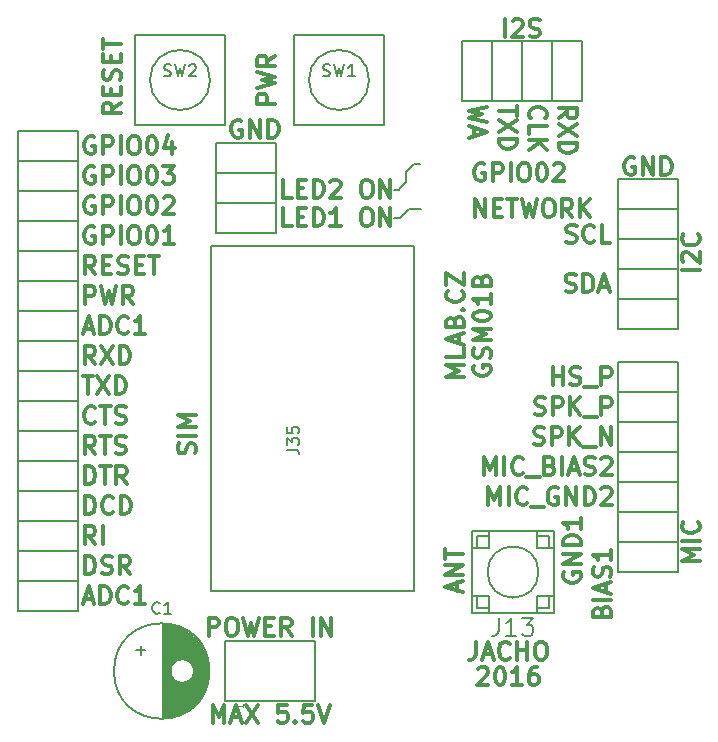
<source format=gbr>
G04 #@! TF.FileFunction,Legend,Top*
%FSLAX46Y46*%
G04 Gerber Fmt 4.6, Leading zero omitted, Abs format (unit mm)*
G04 Created by KiCad (PCBNEW 4.0.1-3.201512221401+6198~38~ubuntu15.10.1-stable) date Út 19. leden 2016, 20:27:27 CET*
%MOMM*%
G01*
G04 APERTURE LIST*
%ADD10C,0.300000*%
%ADD11C,0.200000*%
%ADD12C,0.150000*%
%ADD13C,0.127000*%
%ADD14C,0.050000*%
%ADD15C,0.203200*%
G04 APERTURE END LIST*
D10*
X17498143Y23503143D02*
X17569571Y23717429D01*
X17569571Y24074572D01*
X17498143Y24217429D01*
X17426714Y24288858D01*
X17283857Y24360286D01*
X17141000Y24360286D01*
X16998143Y24288858D01*
X16926714Y24217429D01*
X16855286Y24074572D01*
X16783857Y23788858D01*
X16712429Y23646000D01*
X16641000Y23574572D01*
X16498143Y23503143D01*
X16355286Y23503143D01*
X16212429Y23574572D01*
X16141000Y23646000D01*
X16069571Y23788858D01*
X16069571Y24146000D01*
X16141000Y24360286D01*
X17569571Y25003143D02*
X16069571Y25003143D01*
X17569571Y25717429D02*
X16069571Y25717429D01*
X17141000Y26217429D01*
X16069571Y26717429D01*
X17569571Y26717429D01*
X21462857Y51677000D02*
X21320000Y51748429D01*
X21105714Y51748429D01*
X20891429Y51677000D01*
X20748571Y51534143D01*
X20677143Y51391286D01*
X20605714Y51105571D01*
X20605714Y50891286D01*
X20677143Y50605571D01*
X20748571Y50462714D01*
X20891429Y50319857D01*
X21105714Y50248429D01*
X21248571Y50248429D01*
X21462857Y50319857D01*
X21534286Y50391286D01*
X21534286Y50891286D01*
X21248571Y50891286D01*
X22177143Y50248429D02*
X22177143Y51748429D01*
X23034286Y50248429D01*
X23034286Y51748429D01*
X23748572Y50248429D02*
X23748572Y51748429D01*
X24105715Y51748429D01*
X24320000Y51677000D01*
X24462858Y51534143D01*
X24534286Y51391286D01*
X24605715Y51105571D01*
X24605715Y50891286D01*
X24534286Y50605571D01*
X24462858Y50462714D01*
X24320000Y50319857D01*
X24105715Y50248429D01*
X23748572Y50248429D01*
X41497572Y5250571D02*
X41569001Y5322000D01*
X41711858Y5393429D01*
X42069001Y5393429D01*
X42211858Y5322000D01*
X42283287Y5250571D01*
X42354715Y5107714D01*
X42354715Y4964857D01*
X42283287Y4750571D01*
X41426144Y3893429D01*
X42354715Y3893429D01*
X43283286Y5393429D02*
X43426143Y5393429D01*
X43569000Y5322000D01*
X43640429Y5250571D01*
X43711858Y5107714D01*
X43783286Y4822000D01*
X43783286Y4464857D01*
X43711858Y4179143D01*
X43640429Y4036286D01*
X43569000Y3964857D01*
X43426143Y3893429D01*
X43283286Y3893429D01*
X43140429Y3964857D01*
X43069000Y4036286D01*
X42997572Y4179143D01*
X42926143Y4464857D01*
X42926143Y4822000D01*
X42997572Y5107714D01*
X43069000Y5250571D01*
X43140429Y5322000D01*
X43283286Y5393429D01*
X45211857Y3893429D02*
X44354714Y3893429D01*
X44783286Y3893429D02*
X44783286Y5393429D01*
X44640429Y5179143D01*
X44497571Y5036286D01*
X44354714Y4964857D01*
X46497571Y5393429D02*
X46211857Y5393429D01*
X46069000Y5322000D01*
X45997571Y5250571D01*
X45854714Y5036286D01*
X45783285Y4750571D01*
X45783285Y4179143D01*
X45854714Y4036286D01*
X45926142Y3964857D01*
X46069000Y3893429D01*
X46354714Y3893429D01*
X46497571Y3964857D01*
X46569000Y4036286D01*
X46640428Y4179143D01*
X46640428Y4536286D01*
X46569000Y4679143D01*
X46497571Y4750571D01*
X46354714Y4822000D01*
X46069000Y4822000D01*
X45926142Y4750571D01*
X45854714Y4679143D01*
X45783285Y4536286D01*
X41319000Y7552429D02*
X41319000Y6481000D01*
X41247572Y6266714D01*
X41104715Y6123857D01*
X40890429Y6052429D01*
X40747572Y6052429D01*
X41961857Y6481000D02*
X42676143Y6481000D01*
X41819000Y6052429D02*
X42319000Y7552429D01*
X42819000Y6052429D01*
X44176143Y6195286D02*
X44104714Y6123857D01*
X43890428Y6052429D01*
X43747571Y6052429D01*
X43533286Y6123857D01*
X43390428Y6266714D01*
X43319000Y6409571D01*
X43247571Y6695286D01*
X43247571Y6909571D01*
X43319000Y7195286D01*
X43390428Y7338143D01*
X43533286Y7481000D01*
X43747571Y7552429D01*
X43890428Y7552429D01*
X44104714Y7481000D01*
X44176143Y7409571D01*
X44819000Y6052429D02*
X44819000Y7552429D01*
X44819000Y6838143D02*
X45676143Y6838143D01*
X45676143Y6052429D02*
X45676143Y7552429D01*
X46676143Y7552429D02*
X46961857Y7552429D01*
X47104715Y7481000D01*
X47247572Y7338143D01*
X47319000Y7052429D01*
X47319000Y6552429D01*
X47247572Y6266714D01*
X47104715Y6123857D01*
X46961857Y6052429D01*
X46676143Y6052429D01*
X46533286Y6123857D01*
X46390429Y6266714D01*
X46319000Y6552429D01*
X46319000Y7052429D01*
X46390429Y7338143D01*
X46533286Y7481000D01*
X46676143Y7552429D01*
X41160000Y30932858D02*
X41088571Y30790001D01*
X41088571Y30575715D01*
X41160000Y30361430D01*
X41302857Y30218572D01*
X41445714Y30147144D01*
X41731429Y30075715D01*
X41945714Y30075715D01*
X42231429Y30147144D01*
X42374286Y30218572D01*
X42517143Y30361430D01*
X42588571Y30575715D01*
X42588571Y30718572D01*
X42517143Y30932858D01*
X42445714Y31004287D01*
X41945714Y31004287D01*
X41945714Y30718572D01*
X42517143Y31575715D02*
X42588571Y31790001D01*
X42588571Y32147144D01*
X42517143Y32290001D01*
X42445714Y32361430D01*
X42302857Y32432858D01*
X42160000Y32432858D01*
X42017143Y32361430D01*
X41945714Y32290001D01*
X41874286Y32147144D01*
X41802857Y31861430D01*
X41731429Y31718572D01*
X41660000Y31647144D01*
X41517143Y31575715D01*
X41374286Y31575715D01*
X41231429Y31647144D01*
X41160000Y31718572D01*
X41088571Y31861430D01*
X41088571Y32218572D01*
X41160000Y32432858D01*
X42588571Y33075715D02*
X41088571Y33075715D01*
X42160000Y33575715D01*
X41088571Y34075715D01*
X42588571Y34075715D01*
X41088571Y35075715D02*
X41088571Y35218572D01*
X41160000Y35361429D01*
X41231429Y35432858D01*
X41374286Y35504287D01*
X41660000Y35575715D01*
X42017143Y35575715D01*
X42302857Y35504287D01*
X42445714Y35432858D01*
X42517143Y35361429D01*
X42588571Y35218572D01*
X42588571Y35075715D01*
X42517143Y34932858D01*
X42445714Y34861429D01*
X42302857Y34790001D01*
X42017143Y34718572D01*
X41660000Y34718572D01*
X41374286Y34790001D01*
X41231429Y34861429D01*
X41160000Y34932858D01*
X41088571Y35075715D01*
X42588571Y37004286D02*
X42588571Y36147143D01*
X42588571Y36575715D02*
X41088571Y36575715D01*
X41302857Y36432858D01*
X41445714Y36290000D01*
X41517143Y36147143D01*
X41802857Y38147143D02*
X41874286Y38361429D01*
X41945714Y38432857D01*
X42088571Y38504286D01*
X42302857Y38504286D01*
X42445714Y38432857D01*
X42517143Y38361429D01*
X42588571Y38218571D01*
X42588571Y37647143D01*
X41088571Y37647143D01*
X41088571Y38147143D01*
X41160000Y38290000D01*
X41231429Y38361429D01*
X41374286Y38432857D01*
X41517143Y38432857D01*
X41660000Y38361429D01*
X41731429Y38290000D01*
X41802857Y38147143D01*
X41802857Y37647143D01*
X40302571Y29968572D02*
X38802571Y29968572D01*
X39874000Y30468572D01*
X38802571Y30968572D01*
X40302571Y30968572D01*
X40302571Y32397144D02*
X40302571Y31682858D01*
X38802571Y31682858D01*
X39874000Y32825715D02*
X39874000Y33540001D01*
X40302571Y32682858D02*
X38802571Y33182858D01*
X40302571Y33682858D01*
X39516857Y34682858D02*
X39588286Y34897144D01*
X39659714Y34968572D01*
X39802571Y35040001D01*
X40016857Y35040001D01*
X40159714Y34968572D01*
X40231143Y34897144D01*
X40302571Y34754286D01*
X40302571Y34182858D01*
X38802571Y34182858D01*
X38802571Y34682858D01*
X38874000Y34825715D01*
X38945429Y34897144D01*
X39088286Y34968572D01*
X39231143Y34968572D01*
X39374000Y34897144D01*
X39445429Y34825715D01*
X39516857Y34682858D01*
X39516857Y34182858D01*
X40159714Y35682858D02*
X40231143Y35754286D01*
X40302571Y35682858D01*
X40231143Y35611429D01*
X40159714Y35682858D01*
X40302571Y35682858D01*
X40159714Y37254287D02*
X40231143Y37182858D01*
X40302571Y36968572D01*
X40302571Y36825715D01*
X40231143Y36611430D01*
X40088286Y36468572D01*
X39945429Y36397144D01*
X39659714Y36325715D01*
X39445429Y36325715D01*
X39159714Y36397144D01*
X39016857Y36468572D01*
X38874000Y36611430D01*
X38802571Y36825715D01*
X38802571Y36968572D01*
X38874000Y37182858D01*
X38945429Y37254287D01*
X38802571Y37754287D02*
X38802571Y38754287D01*
X40302571Y37754287D01*
X40302571Y38754287D01*
X54737143Y48502000D02*
X54594286Y48573429D01*
X54380000Y48573429D01*
X54165715Y48502000D01*
X54022857Y48359143D01*
X53951429Y48216286D01*
X53880000Y47930571D01*
X53880000Y47716286D01*
X53951429Y47430571D01*
X54022857Y47287714D01*
X54165715Y47144857D01*
X54380000Y47073429D01*
X54522857Y47073429D01*
X54737143Y47144857D01*
X54808572Y47216286D01*
X54808572Y47716286D01*
X54522857Y47716286D01*
X55451429Y47073429D02*
X55451429Y48573429D01*
X56308572Y47073429D01*
X56308572Y48573429D01*
X57022858Y47073429D02*
X57022858Y48573429D01*
X57380001Y48573429D01*
X57594286Y48502000D01*
X57737144Y48359143D01*
X57808572Y48216286D01*
X57880001Y47930571D01*
X57880001Y47716286D01*
X57808572Y47430571D01*
X57737144Y47287714D01*
X57594286Y47144857D01*
X57380001Y47073429D01*
X57022858Y47073429D01*
X39747000Y11874714D02*
X39747000Y12589000D01*
X40175571Y11731857D02*
X38675571Y12231857D01*
X40175571Y12731857D01*
X40175571Y13231857D02*
X38675571Y13231857D01*
X40175571Y14089000D01*
X38675571Y14089000D01*
X38675571Y14589000D02*
X38675571Y15446143D01*
X40175571Y15017572D02*
X38675571Y15017572D01*
X19018858Y718429D02*
X19018858Y2218429D01*
X19518858Y1147000D01*
X20018858Y2218429D01*
X20018858Y718429D01*
X20661715Y1147000D02*
X21376001Y1147000D01*
X20518858Y718429D02*
X21018858Y2218429D01*
X21518858Y718429D01*
X21876001Y2218429D02*
X22876001Y718429D01*
X22876001Y2218429D02*
X21876001Y718429D01*
X25304572Y2218429D02*
X24590286Y2218429D01*
X24518857Y1504143D01*
X24590286Y1575571D01*
X24733143Y1647000D01*
X25090286Y1647000D01*
X25233143Y1575571D01*
X25304572Y1504143D01*
X25376000Y1361286D01*
X25376000Y1004143D01*
X25304572Y861286D01*
X25233143Y789857D01*
X25090286Y718429D01*
X24733143Y718429D01*
X24590286Y789857D01*
X24518857Y861286D01*
X26018857Y861286D02*
X26090285Y789857D01*
X26018857Y718429D01*
X25947428Y789857D01*
X26018857Y861286D01*
X26018857Y718429D01*
X27447429Y2218429D02*
X26733143Y2218429D01*
X26661714Y1504143D01*
X26733143Y1575571D01*
X26876000Y1647000D01*
X27233143Y1647000D01*
X27376000Y1575571D01*
X27447429Y1504143D01*
X27518857Y1361286D01*
X27518857Y1004143D01*
X27447429Y861286D01*
X27376000Y789857D01*
X27233143Y718429D01*
X26876000Y718429D01*
X26733143Y789857D01*
X26661714Y861286D01*
X27947428Y2218429D02*
X28447428Y718429D01*
X28947428Y2218429D01*
X18697428Y8084429D02*
X18697428Y9584429D01*
X19268856Y9584429D01*
X19411714Y9513000D01*
X19483142Y9441571D01*
X19554571Y9298714D01*
X19554571Y9084429D01*
X19483142Y8941571D01*
X19411714Y8870143D01*
X19268856Y8798714D01*
X18697428Y8798714D01*
X20483142Y9584429D02*
X20768856Y9584429D01*
X20911714Y9513000D01*
X21054571Y9370143D01*
X21125999Y9084429D01*
X21125999Y8584429D01*
X21054571Y8298714D01*
X20911714Y8155857D01*
X20768856Y8084429D01*
X20483142Y8084429D01*
X20340285Y8155857D01*
X20197428Y8298714D01*
X20125999Y8584429D01*
X20125999Y9084429D01*
X20197428Y9370143D01*
X20340285Y9513000D01*
X20483142Y9584429D01*
X21626000Y9584429D02*
X21983143Y8084429D01*
X22268857Y9155857D01*
X22554571Y8084429D01*
X22911714Y9584429D01*
X23483143Y8870143D02*
X23983143Y8870143D01*
X24197429Y8084429D02*
X23483143Y8084429D01*
X23483143Y9584429D01*
X24197429Y9584429D01*
X25697429Y8084429D02*
X25197429Y8798714D01*
X24840286Y8084429D02*
X24840286Y9584429D01*
X25411714Y9584429D01*
X25554572Y9513000D01*
X25626000Y9441571D01*
X25697429Y9298714D01*
X25697429Y9084429D01*
X25626000Y8941571D01*
X25554572Y8870143D01*
X25411714Y8798714D01*
X24840286Y8798714D01*
X27483143Y8084429D02*
X27483143Y9584429D01*
X28197429Y8084429D02*
X28197429Y9584429D01*
X29054572Y8084429D01*
X29054572Y9584429D01*
X51962857Y10121001D02*
X52034286Y10335287D01*
X52105714Y10406715D01*
X52248571Y10478144D01*
X52462857Y10478144D01*
X52605714Y10406715D01*
X52677143Y10335287D01*
X52748571Y10192429D01*
X52748571Y9621001D01*
X51248571Y9621001D01*
X51248571Y10121001D01*
X51320000Y10263858D01*
X51391429Y10335287D01*
X51534286Y10406715D01*
X51677143Y10406715D01*
X51820000Y10335287D01*
X51891429Y10263858D01*
X51962857Y10121001D01*
X51962857Y9621001D01*
X52748571Y11121001D02*
X51248571Y11121001D01*
X52320000Y11763858D02*
X52320000Y12478144D01*
X52748571Y11621001D02*
X51248571Y12121001D01*
X52748571Y12621001D01*
X52677143Y13049572D02*
X52748571Y13263858D01*
X52748571Y13621001D01*
X52677143Y13763858D01*
X52605714Y13835287D01*
X52462857Y13906715D01*
X52320000Y13906715D01*
X52177143Y13835287D01*
X52105714Y13763858D01*
X52034286Y13621001D01*
X51962857Y13335287D01*
X51891429Y13192429D01*
X51820000Y13121001D01*
X51677143Y13049572D01*
X51534286Y13049572D01*
X51391429Y13121001D01*
X51320000Y13192429D01*
X51248571Y13335287D01*
X51248571Y13692429D01*
X51320000Y13906715D01*
X52748571Y15335286D02*
X52748571Y14478143D01*
X52748571Y14906715D02*
X51248571Y14906715D01*
X51462857Y14763858D01*
X51605714Y14621000D01*
X51677143Y14478143D01*
X60241571Y14394857D02*
X58741571Y14394857D01*
X59813000Y14894857D01*
X58741571Y15394857D01*
X60241571Y15394857D01*
X60241571Y16109143D02*
X58741571Y16109143D01*
X60098714Y17680572D02*
X60170143Y17609143D01*
X60241571Y17394857D01*
X60241571Y17252000D01*
X60170143Y17037715D01*
X60027286Y16894857D01*
X59884429Y16823429D01*
X59598714Y16752000D01*
X59384429Y16752000D01*
X59098714Y16823429D01*
X58955857Y16894857D01*
X58813000Y17037715D01*
X58741571Y17252000D01*
X58741571Y17394857D01*
X58813000Y17609143D01*
X58884429Y17680572D01*
X48780000Y13430857D02*
X48708571Y13288000D01*
X48708571Y13073714D01*
X48780000Y12859429D01*
X48922857Y12716571D01*
X49065714Y12645143D01*
X49351429Y12573714D01*
X49565714Y12573714D01*
X49851429Y12645143D01*
X49994286Y12716571D01*
X50137143Y12859429D01*
X50208571Y13073714D01*
X50208571Y13216571D01*
X50137143Y13430857D01*
X50065714Y13502286D01*
X49565714Y13502286D01*
X49565714Y13216571D01*
X50208571Y14145143D02*
X48708571Y14145143D01*
X50208571Y15002286D01*
X48708571Y15002286D01*
X50208571Y15716572D02*
X48708571Y15716572D01*
X48708571Y16073715D01*
X48780000Y16288000D01*
X48922857Y16430858D01*
X49065714Y16502286D01*
X49351429Y16573715D01*
X49565714Y16573715D01*
X49851429Y16502286D01*
X49994286Y16430858D01*
X50137143Y16288000D01*
X50208571Y16073715D01*
X50208571Y15716572D01*
X50208571Y18002286D02*
X50208571Y17145143D01*
X50208571Y17573715D02*
X48708571Y17573715D01*
X48922857Y17430858D01*
X49065714Y17288000D01*
X49137143Y17145143D01*
X42371714Y19133429D02*
X42371714Y20633429D01*
X42871714Y19562000D01*
X43371714Y20633429D01*
X43371714Y19133429D01*
X44086000Y19133429D02*
X44086000Y20633429D01*
X45657429Y19276286D02*
X45586000Y19204857D01*
X45371714Y19133429D01*
X45228857Y19133429D01*
X45014572Y19204857D01*
X44871714Y19347714D01*
X44800286Y19490571D01*
X44728857Y19776286D01*
X44728857Y19990571D01*
X44800286Y20276286D01*
X44871714Y20419143D01*
X45014572Y20562000D01*
X45228857Y20633429D01*
X45371714Y20633429D01*
X45586000Y20562000D01*
X45657429Y20490571D01*
X45943143Y18990571D02*
X47086000Y18990571D01*
X48228857Y20562000D02*
X48086000Y20633429D01*
X47871714Y20633429D01*
X47657429Y20562000D01*
X47514571Y20419143D01*
X47443143Y20276286D01*
X47371714Y19990571D01*
X47371714Y19776286D01*
X47443143Y19490571D01*
X47514571Y19347714D01*
X47657429Y19204857D01*
X47871714Y19133429D01*
X48014571Y19133429D01*
X48228857Y19204857D01*
X48300286Y19276286D01*
X48300286Y19776286D01*
X48014571Y19776286D01*
X48943143Y19133429D02*
X48943143Y20633429D01*
X49800286Y19133429D01*
X49800286Y20633429D01*
X50514572Y19133429D02*
X50514572Y20633429D01*
X50871715Y20633429D01*
X51086000Y20562000D01*
X51228858Y20419143D01*
X51300286Y20276286D01*
X51371715Y19990571D01*
X51371715Y19776286D01*
X51300286Y19490571D01*
X51228858Y19347714D01*
X51086000Y19204857D01*
X50871715Y19133429D01*
X50514572Y19133429D01*
X51943143Y20490571D02*
X52014572Y20562000D01*
X52157429Y20633429D01*
X52514572Y20633429D01*
X52657429Y20562000D01*
X52728858Y20490571D01*
X52800286Y20347714D01*
X52800286Y20204857D01*
X52728858Y19990571D01*
X51871715Y19133429D01*
X52800286Y19133429D01*
X42014572Y21673429D02*
X42014572Y23173429D01*
X42514572Y22102000D01*
X43014572Y23173429D01*
X43014572Y21673429D01*
X43728858Y21673429D02*
X43728858Y23173429D01*
X45300287Y21816286D02*
X45228858Y21744857D01*
X45014572Y21673429D01*
X44871715Y21673429D01*
X44657430Y21744857D01*
X44514572Y21887714D01*
X44443144Y22030571D01*
X44371715Y22316286D01*
X44371715Y22530571D01*
X44443144Y22816286D01*
X44514572Y22959143D01*
X44657430Y23102000D01*
X44871715Y23173429D01*
X45014572Y23173429D01*
X45228858Y23102000D01*
X45300287Y23030571D01*
X45586001Y21530571D02*
X46728858Y21530571D01*
X47586001Y22459143D02*
X47800287Y22387714D01*
X47871715Y22316286D01*
X47943144Y22173429D01*
X47943144Y21959143D01*
X47871715Y21816286D01*
X47800287Y21744857D01*
X47657429Y21673429D01*
X47086001Y21673429D01*
X47086001Y23173429D01*
X47586001Y23173429D01*
X47728858Y23102000D01*
X47800287Y23030571D01*
X47871715Y22887714D01*
X47871715Y22744857D01*
X47800287Y22602000D01*
X47728858Y22530571D01*
X47586001Y22459143D01*
X47086001Y22459143D01*
X48586001Y21673429D02*
X48586001Y23173429D01*
X49228858Y22102000D02*
X49943144Y22102000D01*
X49086001Y21673429D02*
X49586001Y23173429D01*
X50086001Y21673429D01*
X50514572Y21744857D02*
X50728858Y21673429D01*
X51086001Y21673429D01*
X51228858Y21744857D01*
X51300287Y21816286D01*
X51371715Y21959143D01*
X51371715Y22102000D01*
X51300287Y22244857D01*
X51228858Y22316286D01*
X51086001Y22387714D01*
X50800287Y22459143D01*
X50657429Y22530571D01*
X50586001Y22602000D01*
X50514572Y22744857D01*
X50514572Y22887714D01*
X50586001Y23030571D01*
X50657429Y23102000D01*
X50800287Y23173429D01*
X51157429Y23173429D01*
X51371715Y23102000D01*
X51943143Y23030571D02*
X52014572Y23102000D01*
X52157429Y23173429D01*
X52514572Y23173429D01*
X52657429Y23102000D01*
X52728858Y23030571D01*
X52800286Y22887714D01*
X52800286Y22744857D01*
X52728858Y22530571D01*
X51871715Y21673429D01*
X52800286Y21673429D01*
X46228857Y24284857D02*
X46443143Y24213429D01*
X46800286Y24213429D01*
X46943143Y24284857D01*
X47014572Y24356286D01*
X47086000Y24499143D01*
X47086000Y24642000D01*
X47014572Y24784857D01*
X46943143Y24856286D01*
X46800286Y24927714D01*
X46514572Y24999143D01*
X46371714Y25070571D01*
X46300286Y25142000D01*
X46228857Y25284857D01*
X46228857Y25427714D01*
X46300286Y25570571D01*
X46371714Y25642000D01*
X46514572Y25713429D01*
X46871714Y25713429D01*
X47086000Y25642000D01*
X47728857Y24213429D02*
X47728857Y25713429D01*
X48300285Y25713429D01*
X48443143Y25642000D01*
X48514571Y25570571D01*
X48586000Y25427714D01*
X48586000Y25213429D01*
X48514571Y25070571D01*
X48443143Y24999143D01*
X48300285Y24927714D01*
X47728857Y24927714D01*
X49228857Y24213429D02*
X49228857Y25713429D01*
X50086000Y24213429D02*
X49443143Y25070571D01*
X50086000Y25713429D02*
X49228857Y24856286D01*
X50371714Y24070571D02*
X51514571Y24070571D01*
X51871714Y24213429D02*
X51871714Y25713429D01*
X52728857Y24213429D01*
X52728857Y25713429D01*
X46300286Y26824857D02*
X46514572Y26753429D01*
X46871715Y26753429D01*
X47014572Y26824857D01*
X47086001Y26896286D01*
X47157429Y27039143D01*
X47157429Y27182000D01*
X47086001Y27324857D01*
X47014572Y27396286D01*
X46871715Y27467714D01*
X46586001Y27539143D01*
X46443143Y27610571D01*
X46371715Y27682000D01*
X46300286Y27824857D01*
X46300286Y27967714D01*
X46371715Y28110571D01*
X46443143Y28182000D01*
X46586001Y28253429D01*
X46943143Y28253429D01*
X47157429Y28182000D01*
X47800286Y26753429D02*
X47800286Y28253429D01*
X48371714Y28253429D01*
X48514572Y28182000D01*
X48586000Y28110571D01*
X48657429Y27967714D01*
X48657429Y27753429D01*
X48586000Y27610571D01*
X48514572Y27539143D01*
X48371714Y27467714D01*
X47800286Y27467714D01*
X49300286Y26753429D02*
X49300286Y28253429D01*
X50157429Y26753429D02*
X49514572Y27610571D01*
X50157429Y28253429D02*
X49300286Y27396286D01*
X50443143Y26610571D02*
X51586000Y26610571D01*
X51943143Y26753429D02*
X51943143Y28253429D01*
X52514571Y28253429D01*
X52657429Y28182000D01*
X52728857Y28110571D01*
X52800286Y27967714D01*
X52800286Y27753429D01*
X52728857Y27610571D01*
X52657429Y27539143D01*
X52514571Y27467714D01*
X51943143Y27467714D01*
X47800286Y29293429D02*
X47800286Y30793429D01*
X47800286Y30079143D02*
X48657429Y30079143D01*
X48657429Y29293429D02*
X48657429Y30793429D01*
X49300286Y29364857D02*
X49514572Y29293429D01*
X49871715Y29293429D01*
X50014572Y29364857D01*
X50086001Y29436286D01*
X50157429Y29579143D01*
X50157429Y29722000D01*
X50086001Y29864857D01*
X50014572Y29936286D01*
X49871715Y30007714D01*
X49586001Y30079143D01*
X49443143Y30150571D01*
X49371715Y30222000D01*
X49300286Y30364857D01*
X49300286Y30507714D01*
X49371715Y30650571D01*
X49443143Y30722000D01*
X49586001Y30793429D01*
X49943143Y30793429D01*
X50157429Y30722000D01*
X50443143Y29150571D02*
X51586000Y29150571D01*
X51943143Y29293429D02*
X51943143Y30793429D01*
X52514571Y30793429D01*
X52657429Y30722000D01*
X52728857Y30650571D01*
X52800286Y30507714D01*
X52800286Y30293429D01*
X52728857Y30150571D01*
X52657429Y30079143D01*
X52514571Y30007714D01*
X51943143Y30007714D01*
X48903429Y37238857D02*
X49117715Y37167429D01*
X49474858Y37167429D01*
X49617715Y37238857D01*
X49689144Y37310286D01*
X49760572Y37453143D01*
X49760572Y37596000D01*
X49689144Y37738857D01*
X49617715Y37810286D01*
X49474858Y37881714D01*
X49189144Y37953143D01*
X49046286Y38024571D01*
X48974858Y38096000D01*
X48903429Y38238857D01*
X48903429Y38381714D01*
X48974858Y38524571D01*
X49046286Y38596000D01*
X49189144Y38667429D01*
X49546286Y38667429D01*
X49760572Y38596000D01*
X50403429Y37167429D02*
X50403429Y38667429D01*
X50760572Y38667429D01*
X50974857Y38596000D01*
X51117715Y38453143D01*
X51189143Y38310286D01*
X51260572Y38024571D01*
X51260572Y37810286D01*
X51189143Y37524571D01*
X51117715Y37381714D01*
X50974857Y37238857D01*
X50760572Y37167429D01*
X50403429Y37167429D01*
X51832000Y37596000D02*
X52546286Y37596000D01*
X51689143Y37167429D02*
X52189143Y38667429D01*
X52689143Y37167429D01*
X48974857Y41429857D02*
X49189143Y41358429D01*
X49546286Y41358429D01*
X49689143Y41429857D01*
X49760572Y41501286D01*
X49832000Y41644143D01*
X49832000Y41787000D01*
X49760572Y41929857D01*
X49689143Y42001286D01*
X49546286Y42072714D01*
X49260572Y42144143D01*
X49117714Y42215571D01*
X49046286Y42287000D01*
X48974857Y42429857D01*
X48974857Y42572714D01*
X49046286Y42715571D01*
X49117714Y42787000D01*
X49260572Y42858429D01*
X49617714Y42858429D01*
X49832000Y42787000D01*
X51332000Y41501286D02*
X51260571Y41429857D01*
X51046285Y41358429D01*
X50903428Y41358429D01*
X50689143Y41429857D01*
X50546285Y41572714D01*
X50474857Y41715571D01*
X50403428Y42001286D01*
X50403428Y42215571D01*
X50474857Y42501286D01*
X50546285Y42644143D01*
X50689143Y42787000D01*
X50903428Y42858429D01*
X51046285Y42858429D01*
X51260571Y42787000D01*
X51332000Y42715571D01*
X52689143Y41358429D02*
X51974857Y41358429D01*
X51974857Y42858429D01*
X60241571Y39048715D02*
X58741571Y39048715D01*
X58884429Y39691572D02*
X58813000Y39763001D01*
X58741571Y39905858D01*
X58741571Y40263001D01*
X58813000Y40405858D01*
X58884429Y40477287D01*
X59027286Y40548715D01*
X59170143Y40548715D01*
X59384429Y40477287D01*
X60241571Y39620144D01*
X60241571Y40548715D01*
X60098714Y42048715D02*
X60170143Y41977286D01*
X60241571Y41763000D01*
X60241571Y41620143D01*
X60170143Y41405858D01*
X60027286Y41263000D01*
X59884429Y41191572D01*
X59598714Y41120143D01*
X59384429Y41120143D01*
X59098714Y41191572D01*
X58955857Y41263000D01*
X58813000Y41405858D01*
X58741571Y41620143D01*
X58741571Y41763000D01*
X58813000Y41977286D01*
X58884429Y42048715D01*
X24300571Y53118000D02*
X22800571Y53118000D01*
X22800571Y53689428D01*
X22872000Y53832286D01*
X22943429Y53903714D01*
X23086286Y53975143D01*
X23300571Y53975143D01*
X23443429Y53903714D01*
X23514857Y53832286D01*
X23586286Y53689428D01*
X23586286Y53118000D01*
X22800571Y54475143D02*
X24300571Y54832286D01*
X23229143Y55118000D01*
X24300571Y55403714D01*
X22800571Y55760857D01*
X24300571Y57189429D02*
X23586286Y56689429D01*
X24300571Y56332286D02*
X22800571Y56332286D01*
X22800571Y56903714D01*
X22872000Y57046572D01*
X22943429Y57118000D01*
X23086286Y57189429D01*
X23300571Y57189429D01*
X23443429Y57118000D01*
X23514857Y57046572D01*
X23586286Y56903714D01*
X23586286Y56332286D01*
X11219571Y53193429D02*
X10505286Y52693429D01*
X11219571Y52336286D02*
X9719571Y52336286D01*
X9719571Y52907714D01*
X9791000Y53050572D01*
X9862429Y53122000D01*
X10005286Y53193429D01*
X10219571Y53193429D01*
X10362429Y53122000D01*
X10433857Y53050572D01*
X10505286Y52907714D01*
X10505286Y52336286D01*
X10433857Y53836286D02*
X10433857Y54336286D01*
X11219571Y54550572D02*
X11219571Y53836286D01*
X9719571Y53836286D01*
X9719571Y54550572D01*
X11148143Y55122000D02*
X11219571Y55336286D01*
X11219571Y55693429D01*
X11148143Y55836286D01*
X11076714Y55907715D01*
X10933857Y55979143D01*
X10791000Y55979143D01*
X10648143Y55907715D01*
X10576714Y55836286D01*
X10505286Y55693429D01*
X10433857Y55407715D01*
X10362429Y55264857D01*
X10291000Y55193429D01*
X10148143Y55122000D01*
X10005286Y55122000D01*
X9862429Y55193429D01*
X9791000Y55264857D01*
X9719571Y55407715D01*
X9719571Y55764857D01*
X9791000Y55979143D01*
X10433857Y56622000D02*
X10433857Y57122000D01*
X11219571Y57336286D02*
X11219571Y56622000D01*
X9719571Y56622000D01*
X9719571Y57336286D01*
X9719571Y57764857D02*
X9719571Y58622000D01*
X11219571Y58193429D02*
X9719571Y58193429D01*
D11*
X35687000Y44196000D02*
X36703000Y44196000D01*
X34925000Y43434000D02*
X35687000Y44196000D01*
X34417000Y43434000D02*
X34925000Y43434000D01*
X34798000Y45847000D02*
X34417000Y45847000D01*
X34925000Y45974000D02*
X34798000Y45847000D01*
X35433000Y46482000D02*
X34925000Y45974000D01*
X35433000Y47371000D02*
X35433000Y46482000D01*
X36068000Y48006000D02*
X35433000Y47371000D01*
X36576000Y48006000D02*
X36068000Y48006000D01*
D10*
X43783429Y58757429D02*
X43783429Y60257429D01*
X44426286Y60114571D02*
X44497715Y60186000D01*
X44640572Y60257429D01*
X44997715Y60257429D01*
X45140572Y60186000D01*
X45212001Y60114571D01*
X45283429Y59971714D01*
X45283429Y59828857D01*
X45212001Y59614571D01*
X44354858Y58757429D01*
X45283429Y58757429D01*
X45854857Y58828857D02*
X46069143Y58757429D01*
X46426286Y58757429D01*
X46569143Y58828857D01*
X46640572Y58900286D01*
X46712000Y59043143D01*
X46712000Y59186000D01*
X46640572Y59328857D01*
X46569143Y59400286D01*
X46426286Y59471714D01*
X46140572Y59543143D01*
X45997714Y59614571D01*
X45926286Y59686000D01*
X45854857Y59828857D01*
X45854857Y59971714D01*
X45926286Y60114571D01*
X45997714Y60186000D01*
X46140572Y60257429D01*
X46497714Y60257429D01*
X46712000Y60186000D01*
X48343429Y51871714D02*
X49057714Y52371714D01*
X48343429Y52728857D02*
X49843429Y52728857D01*
X49843429Y52157429D01*
X49772000Y52014571D01*
X49700571Y51943143D01*
X49557714Y51871714D01*
X49343429Y51871714D01*
X49200571Y51943143D01*
X49129143Y52014571D01*
X49057714Y52157429D01*
X49057714Y52728857D01*
X49843429Y51371714D02*
X48343429Y50371714D01*
X49843429Y50371714D02*
X48343429Y51371714D01*
X48343429Y49800286D02*
X49843429Y49800286D01*
X49843429Y49443143D01*
X49772000Y49228858D01*
X49629143Y49086000D01*
X49486286Y49014572D01*
X49200571Y48943143D01*
X48986286Y48943143D01*
X48700571Y49014572D01*
X48557714Y49086000D01*
X48414857Y49228858D01*
X48343429Y49443143D01*
X48343429Y49800286D01*
X45946286Y51871714D02*
X45874857Y51943143D01*
X45803429Y52157429D01*
X45803429Y52300286D01*
X45874857Y52514571D01*
X46017714Y52657429D01*
X46160571Y52728857D01*
X46446286Y52800286D01*
X46660571Y52800286D01*
X46946286Y52728857D01*
X47089143Y52657429D01*
X47232000Y52514571D01*
X47303429Y52300286D01*
X47303429Y52157429D01*
X47232000Y51943143D01*
X47160571Y51871714D01*
X45803429Y50514571D02*
X45803429Y51228857D01*
X47303429Y51228857D01*
X45803429Y50014571D02*
X47303429Y50014571D01*
X45803429Y49157428D02*
X46660571Y49800285D01*
X47303429Y49157428D02*
X46446286Y50014571D01*
X44763429Y52943143D02*
X44763429Y52086000D01*
X43263429Y52514571D02*
X44763429Y52514571D01*
X44763429Y51728857D02*
X43263429Y50728857D01*
X44763429Y50728857D02*
X43263429Y51728857D01*
X43263429Y50157429D02*
X44763429Y50157429D01*
X44763429Y49800286D01*
X44692000Y49586001D01*
X44549143Y49443143D01*
X44406286Y49371715D01*
X44120571Y49300286D01*
X43906286Y49300286D01*
X43620571Y49371715D01*
X43477714Y49443143D01*
X43334857Y49586001D01*
X43263429Y49800286D01*
X43263429Y50157429D01*
X42223429Y52871714D02*
X40723429Y52514571D01*
X41794857Y52228857D01*
X40723429Y51943143D01*
X42223429Y51586000D01*
X41152000Y51086000D02*
X41152000Y50371714D01*
X40723429Y51228857D02*
X42223429Y50728857D01*
X40723429Y50228857D01*
X25709429Y42755429D02*
X24995143Y42755429D01*
X24995143Y44255429D01*
X26209429Y43541143D02*
X26709429Y43541143D01*
X26923715Y42755429D02*
X26209429Y42755429D01*
X26209429Y44255429D01*
X26923715Y44255429D01*
X27566572Y42755429D02*
X27566572Y44255429D01*
X27923715Y44255429D01*
X28138000Y44184000D01*
X28280858Y44041143D01*
X28352286Y43898286D01*
X28423715Y43612571D01*
X28423715Y43398286D01*
X28352286Y43112571D01*
X28280858Y42969714D01*
X28138000Y42826857D01*
X27923715Y42755429D01*
X27566572Y42755429D01*
X29852286Y42755429D02*
X28995143Y42755429D01*
X29423715Y42755429D02*
X29423715Y44255429D01*
X29280858Y44041143D01*
X29138000Y43898286D01*
X28995143Y43826857D01*
X31923714Y44255429D02*
X32209428Y44255429D01*
X32352286Y44184000D01*
X32495143Y44041143D01*
X32566571Y43755429D01*
X32566571Y43255429D01*
X32495143Y42969714D01*
X32352286Y42826857D01*
X32209428Y42755429D01*
X31923714Y42755429D01*
X31780857Y42826857D01*
X31638000Y42969714D01*
X31566571Y43255429D01*
X31566571Y43755429D01*
X31638000Y44041143D01*
X31780857Y44184000D01*
X31923714Y44255429D01*
X33209429Y42755429D02*
X33209429Y44255429D01*
X34066572Y42755429D01*
X34066572Y44255429D01*
X25709429Y45168429D02*
X24995143Y45168429D01*
X24995143Y46668429D01*
X26209429Y45954143D02*
X26709429Y45954143D01*
X26923715Y45168429D02*
X26209429Y45168429D01*
X26209429Y46668429D01*
X26923715Y46668429D01*
X27566572Y45168429D02*
X27566572Y46668429D01*
X27923715Y46668429D01*
X28138000Y46597000D01*
X28280858Y46454143D01*
X28352286Y46311286D01*
X28423715Y46025571D01*
X28423715Y45811286D01*
X28352286Y45525571D01*
X28280858Y45382714D01*
X28138000Y45239857D01*
X27923715Y45168429D01*
X27566572Y45168429D01*
X28995143Y46525571D02*
X29066572Y46597000D01*
X29209429Y46668429D01*
X29566572Y46668429D01*
X29709429Y46597000D01*
X29780858Y46525571D01*
X29852286Y46382714D01*
X29852286Y46239857D01*
X29780858Y46025571D01*
X28923715Y45168429D01*
X29852286Y45168429D01*
X31923714Y46668429D02*
X32209428Y46668429D01*
X32352286Y46597000D01*
X32495143Y46454143D01*
X32566571Y46168429D01*
X32566571Y45668429D01*
X32495143Y45382714D01*
X32352286Y45239857D01*
X32209428Y45168429D01*
X31923714Y45168429D01*
X31780857Y45239857D01*
X31638000Y45382714D01*
X31566571Y45668429D01*
X31566571Y46168429D01*
X31638000Y46454143D01*
X31780857Y46597000D01*
X31923714Y46668429D01*
X33209429Y45168429D02*
X33209429Y46668429D01*
X34066572Y45168429D01*
X34066572Y46668429D01*
X42036857Y47994000D02*
X41894000Y48065429D01*
X41679714Y48065429D01*
X41465429Y47994000D01*
X41322571Y47851143D01*
X41251143Y47708286D01*
X41179714Y47422571D01*
X41179714Y47208286D01*
X41251143Y46922571D01*
X41322571Y46779714D01*
X41465429Y46636857D01*
X41679714Y46565429D01*
X41822571Y46565429D01*
X42036857Y46636857D01*
X42108286Y46708286D01*
X42108286Y47208286D01*
X41822571Y47208286D01*
X42751143Y46565429D02*
X42751143Y48065429D01*
X43322571Y48065429D01*
X43465429Y47994000D01*
X43536857Y47922571D01*
X43608286Y47779714D01*
X43608286Y47565429D01*
X43536857Y47422571D01*
X43465429Y47351143D01*
X43322571Y47279714D01*
X42751143Y47279714D01*
X44251143Y46565429D02*
X44251143Y48065429D01*
X45251143Y48065429D02*
X45536857Y48065429D01*
X45679715Y47994000D01*
X45822572Y47851143D01*
X45894000Y47565429D01*
X45894000Y47065429D01*
X45822572Y46779714D01*
X45679715Y46636857D01*
X45536857Y46565429D01*
X45251143Y46565429D01*
X45108286Y46636857D01*
X44965429Y46779714D01*
X44894000Y47065429D01*
X44894000Y47565429D01*
X44965429Y47851143D01*
X45108286Y47994000D01*
X45251143Y48065429D01*
X46822572Y48065429D02*
X46965429Y48065429D01*
X47108286Y47994000D01*
X47179715Y47922571D01*
X47251144Y47779714D01*
X47322572Y47494000D01*
X47322572Y47136857D01*
X47251144Y46851143D01*
X47179715Y46708286D01*
X47108286Y46636857D01*
X46965429Y46565429D01*
X46822572Y46565429D01*
X46679715Y46636857D01*
X46608286Y46708286D01*
X46536858Y46851143D01*
X46465429Y47136857D01*
X46465429Y47494000D01*
X46536858Y47779714D01*
X46608286Y47922571D01*
X46679715Y47994000D01*
X46822572Y48065429D01*
X47894000Y47922571D02*
X47965429Y47994000D01*
X48108286Y48065429D01*
X48465429Y48065429D01*
X48608286Y47994000D01*
X48679715Y47922571D01*
X48751143Y47779714D01*
X48751143Y47636857D01*
X48679715Y47422571D01*
X47822572Y46565429D01*
X48751143Y46565429D01*
X9016857Y50280000D02*
X8874000Y50351429D01*
X8659714Y50351429D01*
X8445429Y50280000D01*
X8302571Y50137143D01*
X8231143Y49994286D01*
X8159714Y49708571D01*
X8159714Y49494286D01*
X8231143Y49208571D01*
X8302571Y49065714D01*
X8445429Y48922857D01*
X8659714Y48851429D01*
X8802571Y48851429D01*
X9016857Y48922857D01*
X9088286Y48994286D01*
X9088286Y49494286D01*
X8802571Y49494286D01*
X9731143Y48851429D02*
X9731143Y50351429D01*
X10302571Y50351429D01*
X10445429Y50280000D01*
X10516857Y50208571D01*
X10588286Y50065714D01*
X10588286Y49851429D01*
X10516857Y49708571D01*
X10445429Y49637143D01*
X10302571Y49565714D01*
X9731143Y49565714D01*
X11231143Y48851429D02*
X11231143Y50351429D01*
X12231143Y50351429D02*
X12516857Y50351429D01*
X12659715Y50280000D01*
X12802572Y50137143D01*
X12874000Y49851429D01*
X12874000Y49351429D01*
X12802572Y49065714D01*
X12659715Y48922857D01*
X12516857Y48851429D01*
X12231143Y48851429D01*
X12088286Y48922857D01*
X11945429Y49065714D01*
X11874000Y49351429D01*
X11874000Y49851429D01*
X11945429Y50137143D01*
X12088286Y50280000D01*
X12231143Y50351429D01*
X13802572Y50351429D02*
X13945429Y50351429D01*
X14088286Y50280000D01*
X14159715Y50208571D01*
X14231144Y50065714D01*
X14302572Y49780000D01*
X14302572Y49422857D01*
X14231144Y49137143D01*
X14159715Y48994286D01*
X14088286Y48922857D01*
X13945429Y48851429D01*
X13802572Y48851429D01*
X13659715Y48922857D01*
X13588286Y48994286D01*
X13516858Y49137143D01*
X13445429Y49422857D01*
X13445429Y49780000D01*
X13516858Y50065714D01*
X13588286Y50208571D01*
X13659715Y50280000D01*
X13802572Y50351429D01*
X15588286Y49851429D02*
X15588286Y48851429D01*
X15231143Y50422857D02*
X14874000Y49351429D01*
X15802572Y49351429D01*
X9016857Y47740000D02*
X8874000Y47811429D01*
X8659714Y47811429D01*
X8445429Y47740000D01*
X8302571Y47597143D01*
X8231143Y47454286D01*
X8159714Y47168571D01*
X8159714Y46954286D01*
X8231143Y46668571D01*
X8302571Y46525714D01*
X8445429Y46382857D01*
X8659714Y46311429D01*
X8802571Y46311429D01*
X9016857Y46382857D01*
X9088286Y46454286D01*
X9088286Y46954286D01*
X8802571Y46954286D01*
X9731143Y46311429D02*
X9731143Y47811429D01*
X10302571Y47811429D01*
X10445429Y47740000D01*
X10516857Y47668571D01*
X10588286Y47525714D01*
X10588286Y47311429D01*
X10516857Y47168571D01*
X10445429Y47097143D01*
X10302571Y47025714D01*
X9731143Y47025714D01*
X11231143Y46311429D02*
X11231143Y47811429D01*
X12231143Y47811429D02*
X12516857Y47811429D01*
X12659715Y47740000D01*
X12802572Y47597143D01*
X12874000Y47311429D01*
X12874000Y46811429D01*
X12802572Y46525714D01*
X12659715Y46382857D01*
X12516857Y46311429D01*
X12231143Y46311429D01*
X12088286Y46382857D01*
X11945429Y46525714D01*
X11874000Y46811429D01*
X11874000Y47311429D01*
X11945429Y47597143D01*
X12088286Y47740000D01*
X12231143Y47811429D01*
X13802572Y47811429D02*
X13945429Y47811429D01*
X14088286Y47740000D01*
X14159715Y47668571D01*
X14231144Y47525714D01*
X14302572Y47240000D01*
X14302572Y46882857D01*
X14231144Y46597143D01*
X14159715Y46454286D01*
X14088286Y46382857D01*
X13945429Y46311429D01*
X13802572Y46311429D01*
X13659715Y46382857D01*
X13588286Y46454286D01*
X13516858Y46597143D01*
X13445429Y46882857D01*
X13445429Y47240000D01*
X13516858Y47525714D01*
X13588286Y47668571D01*
X13659715Y47740000D01*
X13802572Y47811429D01*
X14802572Y47811429D02*
X15731143Y47811429D01*
X15231143Y47240000D01*
X15445429Y47240000D01*
X15588286Y47168571D01*
X15659715Y47097143D01*
X15731143Y46954286D01*
X15731143Y46597143D01*
X15659715Y46454286D01*
X15588286Y46382857D01*
X15445429Y46311429D01*
X15016857Y46311429D01*
X14874000Y46382857D01*
X14802572Y46454286D01*
X9016857Y45200000D02*
X8874000Y45271429D01*
X8659714Y45271429D01*
X8445429Y45200000D01*
X8302571Y45057143D01*
X8231143Y44914286D01*
X8159714Y44628571D01*
X8159714Y44414286D01*
X8231143Y44128571D01*
X8302571Y43985714D01*
X8445429Y43842857D01*
X8659714Y43771429D01*
X8802571Y43771429D01*
X9016857Y43842857D01*
X9088286Y43914286D01*
X9088286Y44414286D01*
X8802571Y44414286D01*
X9731143Y43771429D02*
X9731143Y45271429D01*
X10302571Y45271429D01*
X10445429Y45200000D01*
X10516857Y45128571D01*
X10588286Y44985714D01*
X10588286Y44771429D01*
X10516857Y44628571D01*
X10445429Y44557143D01*
X10302571Y44485714D01*
X9731143Y44485714D01*
X11231143Y43771429D02*
X11231143Y45271429D01*
X12231143Y45271429D02*
X12516857Y45271429D01*
X12659715Y45200000D01*
X12802572Y45057143D01*
X12874000Y44771429D01*
X12874000Y44271429D01*
X12802572Y43985714D01*
X12659715Y43842857D01*
X12516857Y43771429D01*
X12231143Y43771429D01*
X12088286Y43842857D01*
X11945429Y43985714D01*
X11874000Y44271429D01*
X11874000Y44771429D01*
X11945429Y45057143D01*
X12088286Y45200000D01*
X12231143Y45271429D01*
X13802572Y45271429D02*
X13945429Y45271429D01*
X14088286Y45200000D01*
X14159715Y45128571D01*
X14231144Y44985714D01*
X14302572Y44700000D01*
X14302572Y44342857D01*
X14231144Y44057143D01*
X14159715Y43914286D01*
X14088286Y43842857D01*
X13945429Y43771429D01*
X13802572Y43771429D01*
X13659715Y43842857D01*
X13588286Y43914286D01*
X13516858Y44057143D01*
X13445429Y44342857D01*
X13445429Y44700000D01*
X13516858Y44985714D01*
X13588286Y45128571D01*
X13659715Y45200000D01*
X13802572Y45271429D01*
X14874000Y45128571D02*
X14945429Y45200000D01*
X15088286Y45271429D01*
X15445429Y45271429D01*
X15588286Y45200000D01*
X15659715Y45128571D01*
X15731143Y44985714D01*
X15731143Y44842857D01*
X15659715Y44628571D01*
X14802572Y43771429D01*
X15731143Y43771429D01*
X9016857Y42660000D02*
X8874000Y42731429D01*
X8659714Y42731429D01*
X8445429Y42660000D01*
X8302571Y42517143D01*
X8231143Y42374286D01*
X8159714Y42088571D01*
X8159714Y41874286D01*
X8231143Y41588571D01*
X8302571Y41445714D01*
X8445429Y41302857D01*
X8659714Y41231429D01*
X8802571Y41231429D01*
X9016857Y41302857D01*
X9088286Y41374286D01*
X9088286Y41874286D01*
X8802571Y41874286D01*
X9731143Y41231429D02*
X9731143Y42731429D01*
X10302571Y42731429D01*
X10445429Y42660000D01*
X10516857Y42588571D01*
X10588286Y42445714D01*
X10588286Y42231429D01*
X10516857Y42088571D01*
X10445429Y42017143D01*
X10302571Y41945714D01*
X9731143Y41945714D01*
X11231143Y41231429D02*
X11231143Y42731429D01*
X12231143Y42731429D02*
X12516857Y42731429D01*
X12659715Y42660000D01*
X12802572Y42517143D01*
X12874000Y42231429D01*
X12874000Y41731429D01*
X12802572Y41445714D01*
X12659715Y41302857D01*
X12516857Y41231429D01*
X12231143Y41231429D01*
X12088286Y41302857D01*
X11945429Y41445714D01*
X11874000Y41731429D01*
X11874000Y42231429D01*
X11945429Y42517143D01*
X12088286Y42660000D01*
X12231143Y42731429D01*
X13802572Y42731429D02*
X13945429Y42731429D01*
X14088286Y42660000D01*
X14159715Y42588571D01*
X14231144Y42445714D01*
X14302572Y42160000D01*
X14302572Y41802857D01*
X14231144Y41517143D01*
X14159715Y41374286D01*
X14088286Y41302857D01*
X13945429Y41231429D01*
X13802572Y41231429D01*
X13659715Y41302857D01*
X13588286Y41374286D01*
X13516858Y41517143D01*
X13445429Y41802857D01*
X13445429Y42160000D01*
X13516858Y42445714D01*
X13588286Y42588571D01*
X13659715Y42660000D01*
X13802572Y42731429D01*
X15731143Y41231429D02*
X14874000Y41231429D01*
X15302572Y41231429D02*
X15302572Y42731429D01*
X15159715Y42517143D01*
X15016857Y42374286D01*
X14874000Y42302857D01*
X9088286Y38691429D02*
X8588286Y39405714D01*
X8231143Y38691429D02*
X8231143Y40191429D01*
X8802571Y40191429D01*
X8945429Y40120000D01*
X9016857Y40048571D01*
X9088286Y39905714D01*
X9088286Y39691429D01*
X9016857Y39548571D01*
X8945429Y39477143D01*
X8802571Y39405714D01*
X8231143Y39405714D01*
X9731143Y39477143D02*
X10231143Y39477143D01*
X10445429Y38691429D02*
X9731143Y38691429D01*
X9731143Y40191429D01*
X10445429Y40191429D01*
X11016857Y38762857D02*
X11231143Y38691429D01*
X11588286Y38691429D01*
X11731143Y38762857D01*
X11802572Y38834286D01*
X11874000Y38977143D01*
X11874000Y39120000D01*
X11802572Y39262857D01*
X11731143Y39334286D01*
X11588286Y39405714D01*
X11302572Y39477143D01*
X11159714Y39548571D01*
X11088286Y39620000D01*
X11016857Y39762857D01*
X11016857Y39905714D01*
X11088286Y40048571D01*
X11159714Y40120000D01*
X11302572Y40191429D01*
X11659714Y40191429D01*
X11874000Y40120000D01*
X12516857Y39477143D02*
X13016857Y39477143D01*
X13231143Y38691429D02*
X12516857Y38691429D01*
X12516857Y40191429D01*
X13231143Y40191429D01*
X13659714Y40191429D02*
X14516857Y40191429D01*
X14088286Y38691429D02*
X14088286Y40191429D01*
X8231143Y36151429D02*
X8231143Y37651429D01*
X8802571Y37651429D01*
X8945429Y37580000D01*
X9016857Y37508571D01*
X9088286Y37365714D01*
X9088286Y37151429D01*
X9016857Y37008571D01*
X8945429Y36937143D01*
X8802571Y36865714D01*
X8231143Y36865714D01*
X9588286Y37651429D02*
X9945429Y36151429D01*
X10231143Y37222857D01*
X10516857Y36151429D01*
X10874000Y37651429D01*
X12302572Y36151429D02*
X11802572Y36865714D01*
X11445429Y36151429D02*
X11445429Y37651429D01*
X12016857Y37651429D01*
X12159715Y37580000D01*
X12231143Y37508571D01*
X12302572Y37365714D01*
X12302572Y37151429D01*
X12231143Y37008571D01*
X12159715Y36937143D01*
X12016857Y36865714D01*
X11445429Y36865714D01*
X8159714Y34040000D02*
X8874000Y34040000D01*
X8016857Y33611429D02*
X8516857Y35111429D01*
X9016857Y33611429D01*
X9516857Y33611429D02*
X9516857Y35111429D01*
X9874000Y35111429D01*
X10088285Y35040000D01*
X10231143Y34897143D01*
X10302571Y34754286D01*
X10374000Y34468571D01*
X10374000Y34254286D01*
X10302571Y33968571D01*
X10231143Y33825714D01*
X10088285Y33682857D01*
X9874000Y33611429D01*
X9516857Y33611429D01*
X11874000Y33754286D02*
X11802571Y33682857D01*
X11588285Y33611429D01*
X11445428Y33611429D01*
X11231143Y33682857D01*
X11088285Y33825714D01*
X11016857Y33968571D01*
X10945428Y34254286D01*
X10945428Y34468571D01*
X11016857Y34754286D01*
X11088285Y34897143D01*
X11231143Y35040000D01*
X11445428Y35111429D01*
X11588285Y35111429D01*
X11802571Y35040000D01*
X11874000Y34968571D01*
X13302571Y33611429D02*
X12445428Y33611429D01*
X12874000Y33611429D02*
X12874000Y35111429D01*
X12731143Y34897143D01*
X12588285Y34754286D01*
X12445428Y34682857D01*
X8016857Y30031429D02*
X8874000Y30031429D01*
X8445429Y28531429D02*
X8445429Y30031429D01*
X9231143Y30031429D02*
X10231143Y28531429D01*
X10231143Y30031429D02*
X9231143Y28531429D01*
X10802571Y28531429D02*
X10802571Y30031429D01*
X11159714Y30031429D01*
X11373999Y29960000D01*
X11516857Y29817143D01*
X11588285Y29674286D01*
X11659714Y29388571D01*
X11659714Y29174286D01*
X11588285Y28888571D01*
X11516857Y28745714D01*
X11373999Y28602857D01*
X11159714Y28531429D01*
X10802571Y28531429D01*
X9088286Y31071429D02*
X8588286Y31785714D01*
X8231143Y31071429D02*
X8231143Y32571429D01*
X8802571Y32571429D01*
X8945429Y32500000D01*
X9016857Y32428571D01*
X9088286Y32285714D01*
X9088286Y32071429D01*
X9016857Y31928571D01*
X8945429Y31857143D01*
X8802571Y31785714D01*
X8231143Y31785714D01*
X9588286Y32571429D02*
X10588286Y31071429D01*
X10588286Y32571429D02*
X9588286Y31071429D01*
X11159714Y31071429D02*
X11159714Y32571429D01*
X11516857Y32571429D01*
X11731142Y32500000D01*
X11874000Y32357143D01*
X11945428Y32214286D01*
X12016857Y31928571D01*
X12016857Y31714286D01*
X11945428Y31428571D01*
X11874000Y31285714D01*
X11731142Y31142857D01*
X11516857Y31071429D01*
X11159714Y31071429D01*
X9088286Y26134286D02*
X9016857Y26062857D01*
X8802571Y25991429D01*
X8659714Y25991429D01*
X8445429Y26062857D01*
X8302571Y26205714D01*
X8231143Y26348571D01*
X8159714Y26634286D01*
X8159714Y26848571D01*
X8231143Y27134286D01*
X8302571Y27277143D01*
X8445429Y27420000D01*
X8659714Y27491429D01*
X8802571Y27491429D01*
X9016857Y27420000D01*
X9088286Y27348571D01*
X9516857Y27491429D02*
X10374000Y27491429D01*
X9945429Y25991429D02*
X9945429Y27491429D01*
X10802571Y26062857D02*
X11016857Y25991429D01*
X11374000Y25991429D01*
X11516857Y26062857D01*
X11588286Y26134286D01*
X11659714Y26277143D01*
X11659714Y26420000D01*
X11588286Y26562857D01*
X11516857Y26634286D01*
X11374000Y26705714D01*
X11088286Y26777143D01*
X10945428Y26848571D01*
X10874000Y26920000D01*
X10802571Y27062857D01*
X10802571Y27205714D01*
X10874000Y27348571D01*
X10945428Y27420000D01*
X11088286Y27491429D01*
X11445428Y27491429D01*
X11659714Y27420000D01*
X9088286Y23451429D02*
X8588286Y24165714D01*
X8231143Y23451429D02*
X8231143Y24951429D01*
X8802571Y24951429D01*
X8945429Y24880000D01*
X9016857Y24808571D01*
X9088286Y24665714D01*
X9088286Y24451429D01*
X9016857Y24308571D01*
X8945429Y24237143D01*
X8802571Y24165714D01*
X8231143Y24165714D01*
X9516857Y24951429D02*
X10374000Y24951429D01*
X9945429Y23451429D02*
X9945429Y24951429D01*
X10802571Y23522857D02*
X11016857Y23451429D01*
X11374000Y23451429D01*
X11516857Y23522857D01*
X11588286Y23594286D01*
X11659714Y23737143D01*
X11659714Y23880000D01*
X11588286Y24022857D01*
X11516857Y24094286D01*
X11374000Y24165714D01*
X11088286Y24237143D01*
X10945428Y24308571D01*
X10874000Y24380000D01*
X10802571Y24522857D01*
X10802571Y24665714D01*
X10874000Y24808571D01*
X10945428Y24880000D01*
X11088286Y24951429D01*
X11445428Y24951429D01*
X11659714Y24880000D01*
X8231143Y20911429D02*
X8231143Y22411429D01*
X8588286Y22411429D01*
X8802571Y22340000D01*
X8945429Y22197143D01*
X9016857Y22054286D01*
X9088286Y21768571D01*
X9088286Y21554286D01*
X9016857Y21268571D01*
X8945429Y21125714D01*
X8802571Y20982857D01*
X8588286Y20911429D01*
X8231143Y20911429D01*
X9516857Y22411429D02*
X10374000Y22411429D01*
X9945429Y20911429D02*
X9945429Y22411429D01*
X11731143Y20911429D02*
X11231143Y21625714D01*
X10874000Y20911429D02*
X10874000Y22411429D01*
X11445428Y22411429D01*
X11588286Y22340000D01*
X11659714Y22268571D01*
X11731143Y22125714D01*
X11731143Y21911429D01*
X11659714Y21768571D01*
X11588286Y21697143D01*
X11445428Y21625714D01*
X10874000Y21625714D01*
X8231143Y18371429D02*
X8231143Y19871429D01*
X8588286Y19871429D01*
X8802571Y19800000D01*
X8945429Y19657143D01*
X9016857Y19514286D01*
X9088286Y19228571D01*
X9088286Y19014286D01*
X9016857Y18728571D01*
X8945429Y18585714D01*
X8802571Y18442857D01*
X8588286Y18371429D01*
X8231143Y18371429D01*
X10588286Y18514286D02*
X10516857Y18442857D01*
X10302571Y18371429D01*
X10159714Y18371429D01*
X9945429Y18442857D01*
X9802571Y18585714D01*
X9731143Y18728571D01*
X9659714Y19014286D01*
X9659714Y19228571D01*
X9731143Y19514286D01*
X9802571Y19657143D01*
X9945429Y19800000D01*
X10159714Y19871429D01*
X10302571Y19871429D01*
X10516857Y19800000D01*
X10588286Y19728571D01*
X11231143Y18371429D02*
X11231143Y19871429D01*
X11588286Y19871429D01*
X11802571Y19800000D01*
X11945429Y19657143D01*
X12016857Y19514286D01*
X12088286Y19228571D01*
X12088286Y19014286D01*
X12016857Y18728571D01*
X11945429Y18585714D01*
X11802571Y18442857D01*
X11588286Y18371429D01*
X11231143Y18371429D01*
X9088286Y15831429D02*
X8588286Y16545714D01*
X8231143Y15831429D02*
X8231143Y17331429D01*
X8802571Y17331429D01*
X8945429Y17260000D01*
X9016857Y17188571D01*
X9088286Y17045714D01*
X9088286Y16831429D01*
X9016857Y16688571D01*
X8945429Y16617143D01*
X8802571Y16545714D01*
X8231143Y16545714D01*
X9731143Y15831429D02*
X9731143Y17331429D01*
X8231143Y13291429D02*
X8231143Y14791429D01*
X8588286Y14791429D01*
X8802571Y14720000D01*
X8945429Y14577143D01*
X9016857Y14434286D01*
X9088286Y14148571D01*
X9088286Y13934286D01*
X9016857Y13648571D01*
X8945429Y13505714D01*
X8802571Y13362857D01*
X8588286Y13291429D01*
X8231143Y13291429D01*
X9659714Y13362857D02*
X9874000Y13291429D01*
X10231143Y13291429D01*
X10374000Y13362857D01*
X10445429Y13434286D01*
X10516857Y13577143D01*
X10516857Y13720000D01*
X10445429Y13862857D01*
X10374000Y13934286D01*
X10231143Y14005714D01*
X9945429Y14077143D01*
X9802571Y14148571D01*
X9731143Y14220000D01*
X9659714Y14362857D01*
X9659714Y14505714D01*
X9731143Y14648571D01*
X9802571Y14720000D01*
X9945429Y14791429D01*
X10302571Y14791429D01*
X10516857Y14720000D01*
X12016857Y13291429D02*
X11516857Y14005714D01*
X11159714Y13291429D02*
X11159714Y14791429D01*
X11731142Y14791429D01*
X11874000Y14720000D01*
X11945428Y14648571D01*
X12016857Y14505714D01*
X12016857Y14291429D01*
X11945428Y14148571D01*
X11874000Y14077143D01*
X11731142Y14005714D01*
X11159714Y14005714D01*
X8159714Y11180000D02*
X8874000Y11180000D01*
X8016857Y10751429D02*
X8516857Y12251429D01*
X9016857Y10751429D01*
X9516857Y10751429D02*
X9516857Y12251429D01*
X9874000Y12251429D01*
X10088285Y12180000D01*
X10231143Y12037143D01*
X10302571Y11894286D01*
X10374000Y11608571D01*
X10374000Y11394286D01*
X10302571Y11108571D01*
X10231143Y10965714D01*
X10088285Y10822857D01*
X9874000Y10751429D01*
X9516857Y10751429D01*
X11874000Y10894286D02*
X11802571Y10822857D01*
X11588285Y10751429D01*
X11445428Y10751429D01*
X11231143Y10822857D01*
X11088285Y10965714D01*
X11016857Y11108571D01*
X10945428Y11394286D01*
X10945428Y11608571D01*
X11016857Y11894286D01*
X11088285Y12037143D01*
X11231143Y12180000D01*
X11445428Y12251429D01*
X11588285Y12251429D01*
X11802571Y12180000D01*
X11874000Y12108571D01*
X13302571Y10751429D02*
X12445428Y10751429D01*
X12874000Y10751429D02*
X12874000Y12251429D01*
X12731143Y12037143D01*
X12588285Y11894286D01*
X12445428Y11822857D01*
X41251143Y43517429D02*
X41251143Y45017429D01*
X42108286Y43517429D01*
X42108286Y45017429D01*
X42822572Y44303143D02*
X43322572Y44303143D01*
X43536858Y43517429D02*
X42822572Y43517429D01*
X42822572Y45017429D01*
X43536858Y45017429D01*
X43965429Y45017429D02*
X44822572Y45017429D01*
X44394001Y43517429D02*
X44394001Y45017429D01*
X45179715Y45017429D02*
X45536858Y43517429D01*
X45822572Y44588857D01*
X46108286Y43517429D01*
X46465429Y45017429D01*
X47322572Y45017429D02*
X47608286Y45017429D01*
X47751144Y44946000D01*
X47894001Y44803143D01*
X47965429Y44517429D01*
X47965429Y44017429D01*
X47894001Y43731714D01*
X47751144Y43588857D01*
X47608286Y43517429D01*
X47322572Y43517429D01*
X47179715Y43588857D01*
X47036858Y43731714D01*
X46965429Y44017429D01*
X46965429Y44517429D01*
X47036858Y44803143D01*
X47179715Y44946000D01*
X47322572Y45017429D01*
X49465430Y43517429D02*
X48965430Y44231714D01*
X48608287Y43517429D02*
X48608287Y45017429D01*
X49179715Y45017429D01*
X49322573Y44946000D01*
X49394001Y44874571D01*
X49465430Y44731714D01*
X49465430Y44517429D01*
X49394001Y44374571D01*
X49322573Y44303143D01*
X49179715Y44231714D01*
X48608287Y44231714D01*
X50108287Y43517429D02*
X50108287Y45017429D01*
X50965430Y43517429D02*
X50322573Y44374571D01*
X50965430Y45017429D02*
X50108287Y44160286D01*
D12*
X2540000Y35560000D02*
X2540000Y38100000D01*
X2540000Y38100000D02*
X7620000Y38100000D01*
X7620000Y38100000D02*
X7620000Y35560000D01*
X7620000Y35560000D02*
X2540000Y35560000D01*
X2540000Y38100000D02*
X2540000Y40640000D01*
X2540000Y40640000D02*
X7620000Y40640000D01*
X7620000Y40640000D02*
X7620000Y38100000D01*
X7620000Y38100000D02*
X2540000Y38100000D01*
X2540000Y12700000D02*
X2540000Y15240000D01*
X2540000Y15240000D02*
X7620000Y15240000D01*
X7620000Y15240000D02*
X7620000Y12700000D01*
X7620000Y12700000D02*
X2540000Y12700000D01*
X2540000Y15240000D02*
X2540000Y17780000D01*
X2540000Y17780000D02*
X7620000Y17780000D01*
X7620000Y17780000D02*
X7620000Y15240000D01*
X7620000Y15240000D02*
X2540000Y15240000D01*
X2540000Y17780000D02*
X2540000Y20320000D01*
X2540000Y20320000D02*
X7620000Y20320000D01*
X7620000Y20320000D02*
X7620000Y17780000D01*
X7620000Y17780000D02*
X2540000Y17780000D01*
X2540000Y20320000D02*
X2540000Y22860000D01*
X2540000Y22860000D02*
X7620000Y22860000D01*
X7620000Y22860000D02*
X7620000Y20320000D01*
X7620000Y20320000D02*
X2540000Y20320000D01*
X2540000Y22860000D02*
X2540000Y25400000D01*
X2540000Y25400000D02*
X7620000Y25400000D01*
X7620000Y25400000D02*
X7620000Y22860000D01*
X7620000Y22860000D02*
X2540000Y22860000D01*
X2540000Y25400000D02*
X2540000Y27940000D01*
X2540000Y27940000D02*
X7620000Y27940000D01*
X7620000Y27940000D02*
X7620000Y25400000D01*
X7620000Y25400000D02*
X2540000Y25400000D01*
X2540000Y27940000D02*
X2540000Y30480000D01*
X2540000Y30480000D02*
X7620000Y30480000D01*
X7620000Y30480000D02*
X7620000Y27940000D01*
X7620000Y27940000D02*
X2540000Y27940000D01*
X2540000Y30480000D02*
X2540000Y33020000D01*
X2540000Y33020000D02*
X7620000Y33020000D01*
X7620000Y33020000D02*
X7620000Y30480000D01*
X7620000Y30480000D02*
X2540000Y30480000D01*
X2540000Y33020000D02*
X2540000Y35560000D01*
X2540000Y35560000D02*
X7620000Y35560000D01*
X7620000Y35560000D02*
X7620000Y33020000D01*
X7620000Y33020000D02*
X2540000Y33020000D01*
X19304000Y47244000D02*
X19304000Y49784000D01*
X19304000Y49784000D02*
X24384000Y49784000D01*
X24384000Y49784000D02*
X24384000Y47244000D01*
X24384000Y47244000D02*
X19304000Y47244000D01*
X46612799Y13462000D02*
G75*
G03X46612799Y13462000I-2162799J0D01*
G01*
X46480000Y10412000D02*
X47500000Y10412000D01*
X47500000Y10412000D02*
X47500000Y11432000D01*
X42420000Y10412000D02*
X41400000Y10412000D01*
X41400000Y10412000D02*
X41400000Y11432000D01*
X42420000Y16512000D02*
X41400000Y16512000D01*
X41400000Y16512000D02*
X41400000Y15492000D01*
X47500000Y16512000D02*
X47500000Y15492000D01*
X47500000Y16512000D02*
X46480000Y16512000D01*
X46480000Y9962000D02*
X46480000Y11432000D01*
X46480000Y11432000D02*
X47950000Y11432000D01*
X42420000Y11432000D02*
X42420000Y9962000D01*
X40950000Y11432000D02*
X42420000Y11432000D01*
X46480000Y16962000D02*
X46480000Y15492000D01*
X46480000Y15492000D02*
X47950000Y15492000D01*
X42420000Y16962000D02*
X42420000Y15492000D01*
X42420000Y15492000D02*
X40950000Y15492000D01*
X40950000Y9962000D02*
X47950000Y9962000D01*
X47950000Y9962000D02*
X47950000Y16962000D01*
X47950000Y16962000D02*
X40950000Y16962000D01*
X40950000Y16962000D02*
X40950000Y9962000D01*
X2540000Y10160000D02*
X2540000Y12700000D01*
X2540000Y12700000D02*
X7620000Y12700000D01*
X7620000Y12700000D02*
X7620000Y10160000D01*
X7620000Y10160000D02*
X2540000Y10160000D01*
X2540000Y40640000D02*
X2540000Y43180000D01*
X2540000Y43180000D02*
X7620000Y43180000D01*
X7620000Y43180000D02*
X7620000Y40640000D01*
X7620000Y40640000D02*
X2540000Y40640000D01*
X2540000Y43180000D02*
X2540000Y45720000D01*
X2540000Y45720000D02*
X7620000Y45720000D01*
X7620000Y45720000D02*
X7620000Y43180000D01*
X7620000Y43180000D02*
X2540000Y43180000D01*
X2540000Y45720000D02*
X2540000Y48260000D01*
X2540000Y48260000D02*
X7620000Y48260000D01*
X7620000Y48260000D02*
X7620000Y45720000D01*
X7620000Y45720000D02*
X2540000Y45720000D01*
X2540000Y48260000D02*
X2540000Y50800000D01*
X2540000Y50800000D02*
X7620000Y50800000D01*
X7620000Y50800000D02*
X7620000Y48260000D01*
X7620000Y48260000D02*
X2540000Y48260000D01*
X53340000Y23622000D02*
X53340000Y26162000D01*
X53340000Y26162000D02*
X58420000Y26162000D01*
X58420000Y26162000D02*
X58420000Y23622000D01*
X58420000Y23622000D02*
X53340000Y23622000D01*
X53340000Y26162000D02*
X53340000Y28702000D01*
X53340000Y28702000D02*
X58420000Y28702000D01*
X58420000Y28702000D02*
X58420000Y26162000D01*
X58420000Y26162000D02*
X53340000Y26162000D01*
X53340000Y28702000D02*
X53340000Y31242000D01*
X53340000Y31242000D02*
X58420000Y31242000D01*
X58420000Y31242000D02*
X58420000Y28702000D01*
X58420000Y28702000D02*
X53340000Y28702000D01*
X50292000Y53340000D02*
X47752000Y53340000D01*
X47752000Y53340000D02*
X47752000Y58420000D01*
X47752000Y58420000D02*
X50292000Y58420000D01*
X50292000Y58420000D02*
X50292000Y53340000D01*
X47752000Y53340000D02*
X45212000Y53340000D01*
X45212000Y53340000D02*
X45212000Y58420000D01*
X45212000Y58420000D02*
X47752000Y58420000D01*
X47752000Y58420000D02*
X47752000Y53340000D01*
X45212000Y53340000D02*
X42672000Y53340000D01*
X42672000Y53340000D02*
X42672000Y58420000D01*
X42672000Y58420000D02*
X45212000Y58420000D01*
X45212000Y58420000D02*
X45212000Y53340000D01*
X42672000Y53340000D02*
X40132000Y53340000D01*
X40132000Y53340000D02*
X40132000Y58420000D01*
X40132000Y58420000D02*
X42672000Y58420000D01*
X42672000Y58420000D02*
X42672000Y53340000D01*
X53340000Y13462000D02*
X53340000Y16002000D01*
X53340000Y16002000D02*
X58420000Y16002000D01*
X58420000Y16002000D02*
X58420000Y13462000D01*
X58420000Y13462000D02*
X53340000Y13462000D01*
X53340000Y16002000D02*
X53340000Y18542000D01*
X53340000Y18542000D02*
X58420000Y18542000D01*
X58420000Y18542000D02*
X58420000Y16002000D01*
X58420000Y16002000D02*
X53340000Y16002000D01*
X53340000Y18542000D02*
X53340000Y21082000D01*
X53340000Y21082000D02*
X58420000Y21082000D01*
X58420000Y21082000D02*
X58420000Y18542000D01*
X58420000Y18542000D02*
X53340000Y18542000D01*
X53340000Y21082000D02*
X53340000Y23622000D01*
X53340000Y23622000D02*
X58420000Y23622000D01*
X58420000Y23622000D02*
X58420000Y21082000D01*
X58420000Y21082000D02*
X53340000Y21082000D01*
X53340000Y39116000D02*
X53340000Y41656000D01*
X53340000Y41656000D02*
X58420000Y41656000D01*
X58420000Y41656000D02*
X58420000Y39116000D01*
X58420000Y39116000D02*
X53340000Y39116000D01*
X53340000Y36576000D02*
X53340000Y39116000D01*
X53340000Y39116000D02*
X58420000Y39116000D01*
X58420000Y39116000D02*
X58420000Y36576000D01*
X58420000Y36576000D02*
X53340000Y36576000D01*
X53340000Y41656000D02*
X53340000Y44196000D01*
X53340000Y44196000D02*
X58420000Y44196000D01*
X58420000Y44196000D02*
X58420000Y41656000D01*
X58420000Y41656000D02*
X53340000Y41656000D01*
X53340000Y44196000D02*
X53340000Y46736000D01*
X53340000Y46736000D02*
X58420000Y46736000D01*
X58420000Y46736000D02*
X58420000Y44196000D01*
X58420000Y44196000D02*
X53340000Y44196000D01*
X53340000Y34036000D02*
X53340000Y36576000D01*
X53340000Y36576000D02*
X58420000Y36576000D01*
X58420000Y36576000D02*
X58420000Y34036000D01*
X58420000Y34036000D02*
X53340000Y34036000D01*
X36044700Y11834800D02*
X36044700Y41034800D01*
X36044700Y41034800D02*
X18844700Y41034800D01*
X18844700Y41034800D02*
X18844700Y11834800D01*
X18844700Y11834800D02*
X36044700Y11834800D01*
X19304000Y42164000D02*
X19304000Y44704000D01*
X19304000Y44704000D02*
X24384000Y44704000D01*
X24384000Y44704000D02*
X24384000Y42164000D01*
X24384000Y42164000D02*
X19304000Y42164000D01*
X19304000Y44704000D02*
X19304000Y47244000D01*
X19304000Y47244000D02*
X24384000Y47244000D01*
X24384000Y47244000D02*
X24384000Y44704000D01*
X24384000Y44704000D02*
X19304000Y44704000D01*
X20066000Y2540000D02*
X20066000Y7620000D01*
X20066000Y7620000D02*
X27686000Y7620000D01*
X27686000Y7620000D02*
X27686000Y2540000D01*
X27686000Y2540000D02*
X20066000Y2540000D01*
D13*
X32258000Y55118000D02*
G75*
G03X32258000Y55118000I-2540000J0D01*
G01*
X25908000Y58928000D02*
X33528000Y58928000D01*
X33528000Y58928000D02*
X33528000Y51308000D01*
X33528000Y51308000D02*
X25908000Y51308000D01*
X25908000Y58928000D02*
X25908000Y51308000D01*
X18796000Y55118000D02*
G75*
G03X18796000Y55118000I-2540000J0D01*
G01*
X12446000Y58928000D02*
X20066000Y58928000D01*
X20066000Y58928000D02*
X20066000Y51308000D01*
X20066000Y51308000D02*
X12446000Y51308000D01*
X12446000Y58928000D02*
X12446000Y51308000D01*
D12*
X14779000Y9079000D02*
X14779000Y1081000D01*
X14919000Y9074000D02*
X14919000Y1086000D01*
X15059000Y9064000D02*
X15059000Y1096000D01*
X15199000Y9049000D02*
X15199000Y1111000D01*
X15339000Y9029000D02*
X15339000Y1131000D01*
X15479000Y9004000D02*
X15479000Y5302000D01*
X15479000Y4858000D02*
X15479000Y1156000D01*
X15619000Y8974000D02*
X15619000Y5630000D01*
X15619000Y4530000D02*
X15619000Y1186000D01*
X15759000Y8938000D02*
X15759000Y5799000D01*
X15759000Y4361000D02*
X15759000Y1222000D01*
X15899000Y8897000D02*
X15899000Y5912000D01*
X15899000Y4248000D02*
X15899000Y1263000D01*
X16039000Y8851000D02*
X16039000Y5990000D01*
X16039000Y4170000D02*
X16039000Y1309000D01*
X16179000Y8798000D02*
X16179000Y6041000D01*
X16179000Y4119000D02*
X16179000Y1362000D01*
X16319000Y8739000D02*
X16319000Y6071000D01*
X16319000Y4089000D02*
X16319000Y1421000D01*
X16459000Y8674000D02*
X16459000Y6080000D01*
X16459000Y4080000D02*
X16459000Y1486000D01*
X16599000Y8603000D02*
X16599000Y6069000D01*
X16599000Y4091000D02*
X16599000Y1557000D01*
X16739000Y8524000D02*
X16739000Y6039000D01*
X16739000Y4121000D02*
X16739000Y1636000D01*
X16879000Y8437000D02*
X16879000Y5985000D01*
X16879000Y4175000D02*
X16879000Y1723000D01*
X17019000Y8342000D02*
X17019000Y5905000D01*
X17019000Y4255000D02*
X17019000Y1818000D01*
X17159000Y8238000D02*
X17159000Y5789000D01*
X17159000Y4371000D02*
X17159000Y1922000D01*
X17299000Y8124000D02*
X17299000Y5615000D01*
X17299000Y4545000D02*
X17299000Y2036000D01*
X17439000Y7999000D02*
X17439000Y5253000D01*
X17439000Y4907000D02*
X17439000Y2161000D01*
X17579000Y7861000D02*
X17579000Y2299000D01*
X17719000Y7709000D02*
X17719000Y2451000D01*
X17859000Y7539000D02*
X17859000Y2621000D01*
X17999000Y7348000D02*
X17999000Y2812000D01*
X18139000Y7130000D02*
X18139000Y3030000D01*
X18279000Y6874000D02*
X18279000Y3286000D01*
X18419000Y6563000D02*
X18419000Y3597000D01*
X18559000Y6147000D02*
X18559000Y4013000D01*
X18699000Y5280000D02*
X18699000Y4880000D01*
X17454000Y5080000D02*
G75*
G03X17454000Y5080000I-1000000J0D01*
G01*
X18741500Y5080000D02*
G75*
G03X18741500Y5080000I-4037500J0D01*
G01*
X43235715Y9584429D02*
X43235715Y8513000D01*
X43164287Y8298714D01*
X43021430Y8155857D01*
X42807144Y8084429D01*
X42664287Y8084429D01*
X44735715Y8084429D02*
X43878572Y8084429D01*
X44307144Y8084429D02*
X44307144Y9584429D01*
X44164287Y9370143D01*
X44021429Y9227286D01*
X43878572Y9155857D01*
X45235715Y9584429D02*
X46164286Y9584429D01*
X45664286Y9013000D01*
X45878572Y9013000D01*
X46021429Y8941571D01*
X46092858Y8870143D01*
X46164286Y8727286D01*
X46164286Y8370143D01*
X46092858Y8227286D01*
X46021429Y8155857D01*
X45878572Y8084429D01*
X45450000Y8084429D01*
X45307143Y8155857D01*
X45235715Y8227286D01*
X25322281Y23815777D02*
X26036567Y23815777D01*
X26179424Y23768157D01*
X26274662Y23672919D01*
X26322281Y23530062D01*
X26322281Y23434824D01*
X25322281Y24196729D02*
X25322281Y24815777D01*
X25703233Y24482443D01*
X25703233Y24625301D01*
X25750852Y24720539D01*
X25798471Y24768158D01*
X25893710Y24815777D01*
X26131805Y24815777D01*
X26227043Y24768158D01*
X26274662Y24720539D01*
X26322281Y24625301D01*
X26322281Y24339586D01*
X26274662Y24244348D01*
X26227043Y24196729D01*
X25322281Y25720539D02*
X25322281Y25244348D01*
X25798471Y25196729D01*
X25750852Y25244348D01*
X25703233Y25339586D01*
X25703233Y25577682D01*
X25750852Y25672920D01*
X25798471Y25720539D01*
X25893710Y25768158D01*
X26131805Y25768158D01*
X26227043Y25720539D01*
X26274662Y25672920D01*
X26322281Y25577682D01*
X26322281Y25339586D01*
X26274662Y25244348D01*
X26227043Y25196729D01*
D14*
X21562190Y2301857D02*
X21562190Y2016143D01*
X21562190Y2159000D02*
X21062190Y2159000D01*
X21133619Y2111381D01*
X21181238Y2063762D01*
X21205048Y2016143D01*
D15*
X28363334Y55468762D02*
X28508477Y55420381D01*
X28750381Y55420381D01*
X28847143Y55468762D01*
X28895524Y55517143D01*
X28943905Y55613905D01*
X28943905Y55710667D01*
X28895524Y55807429D01*
X28847143Y55855810D01*
X28750381Y55904190D01*
X28556858Y55952571D01*
X28460096Y56000952D01*
X28411715Y56049333D01*
X28363334Y56146095D01*
X28363334Y56242857D01*
X28411715Y56339619D01*
X28460096Y56388000D01*
X28556858Y56436381D01*
X28798762Y56436381D01*
X28943905Y56388000D01*
X29282572Y56436381D02*
X29524477Y55420381D01*
X29718000Y56146095D01*
X29911524Y55420381D01*
X30153429Y56436381D01*
X31072667Y55420381D02*
X30492096Y55420381D01*
X30782382Y55420381D02*
X30782382Y56436381D01*
X30685620Y56291238D01*
X30588858Y56194476D01*
X30492096Y56146095D01*
X14901334Y55468762D02*
X15046477Y55420381D01*
X15288381Y55420381D01*
X15385143Y55468762D01*
X15433524Y55517143D01*
X15481905Y55613905D01*
X15481905Y55710667D01*
X15433524Y55807429D01*
X15385143Y55855810D01*
X15288381Y55904190D01*
X15094858Y55952571D01*
X14998096Y56000952D01*
X14949715Y56049333D01*
X14901334Y56146095D01*
X14901334Y56242857D01*
X14949715Y56339619D01*
X14998096Y56388000D01*
X15094858Y56436381D01*
X15336762Y56436381D01*
X15481905Y56388000D01*
X15820572Y56436381D02*
X16062477Y55420381D01*
X16256000Y56146095D01*
X16449524Y55420381D01*
X16691429Y56436381D01*
X17030096Y56339619D02*
X17078477Y56388000D01*
X17175239Y56436381D01*
X17417143Y56436381D01*
X17513905Y56388000D01*
X17562286Y56339619D01*
X17610667Y56242857D01*
X17610667Y56146095D01*
X17562286Y56000952D01*
X16981715Y55420381D01*
X17610667Y55420381D01*
D12*
X14537334Y10022857D02*
X14489715Y9975238D01*
X14346858Y9927619D01*
X14251620Y9927619D01*
X14108762Y9975238D01*
X14013524Y10070476D01*
X13965905Y10165714D01*
X13918286Y10356190D01*
X13918286Y10499048D01*
X13965905Y10689524D01*
X14013524Y10784762D01*
X14108762Y10880000D01*
X14251620Y10927619D01*
X14346858Y10927619D01*
X14489715Y10880000D01*
X14537334Y10832381D01*
X15489715Y9927619D02*
X14918286Y9927619D01*
X15204000Y9927619D02*
X15204000Y10927619D01*
X15108762Y10784762D01*
X15013524Y10689524D01*
X14918286Y10641905D01*
X12560348Y6850071D02*
X13322253Y6850071D01*
X12941301Y6469119D02*
X12941301Y7231024D01*
M02*

</source>
